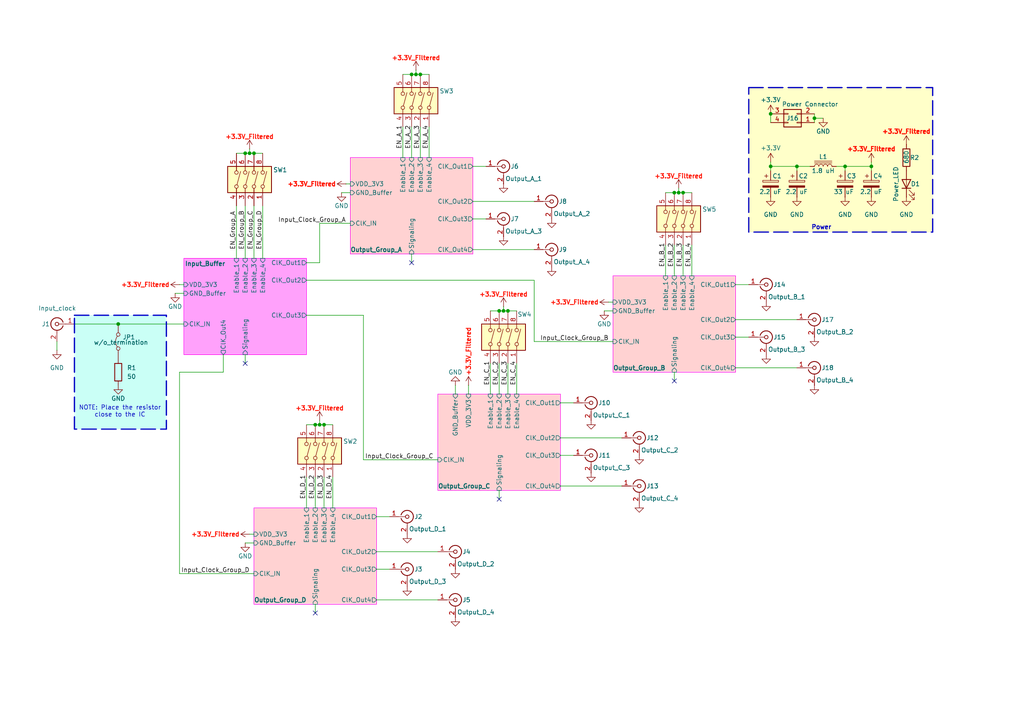
<source format=kicad_sch>
(kicad_sch (version 20231120) (generator "eeschema") (generator_version "8.0")
  (paper "A4")
  (title_block (title "16 Channels Clock Buffer") (date "2025-01-07") (rev "REV 0") (company "TU Darmstadt") (comment 1 "Author: Dr. Alexandru Enciu"))
  (lib_symbols
    (symbol "Connector:Conn_Coaxial" (pin_names (offset 1.016) hide)
      (property "Reference" "J" (at 0.254 3.048 0))
      (property "Value" "Conn_Coaxial" (at 2.921 0 90))
      (symbol "Conn_Coaxial_0_1"
        (arc (start -1.778 -0.508) (mid 0.2311 -1.8066) (end 1.778 0) (stroke (width 0.254)))
        (polyline (pts (xy -2.54 0) (xy -0.508 0)))
        (polyline (pts (xy 0 -2.54) (xy 0 -1.778)))
        (circle (center 0 0) (radius 0.508) (stroke (width 0.2032)))
        (arc (start 1.778 0) (mid 0.2099 1.8101) (end -1.778 0.508) (stroke (width 0.254)))
      )
      (symbol "Conn_Coaxial_1_1"
        (pin passive line (at -5.08 0 0) (length 2.54) (name "In") (number "1"))
        (pin passive line (at 0 -5.08 90) (length 2.54) (name "Ext") (number "2"))
      )
    )
    (symbol "Connector_Generic:Conn_02x02_Counter_Clockwise" (pin_names (offset 1.016) hide)
      (property "Reference" "J" (at 1.27 2.54 0))
      (property "Value" "Conn_02x02_Counter_Clockwise" (at 1.27 -5.08 0))
      (symbol "Conn_02x02_Counter_Clockwise_1_1"
        (rectangle (start -1.27 -2.413) (end 0 -2.667) (stroke (width 0.1524)))
        (rectangle (start -1.27 0.127) (end 0 -0.127) (stroke (width 0.1524)))
        (rectangle (start -1.27 1.27) (end 3.81 -3.81) (stroke (width 0.254)) (fill (type background)))
        (rectangle (start 3.81 -2.413) (end 2.54 -2.667) (stroke (width 0.1524)))
        (rectangle (start 3.81 0.127) (end 2.54 -0.127) (stroke (width 0.1524)))
        (pin passive line (at -5.08 0 0) (length 3.81) (name "Pin_1") (number "1"))
        (pin passive line (at -5.08 -2.54 0) (length 3.81) (name "Pin_2") (number "2"))
        (pin passive line (at 7.62 -2.54 180) (length 3.81) (name "Pin_3") (number "3"))
        (pin passive line (at 7.62 0 180) (length 3.81) (name "Pin_4") (number "4"))
      )
    )
    (symbol "Device:C_Polarized" (pin_numbers hide) (pin_names (offset 0.254))
      (property "Reference" "C" (at 0.635 2.54 0))
      (property "Value" "C_Polarized" (at 0.635 -2.54 0))
      (symbol "C_Polarized_0_1"
        (rectangle (start -2.286 0.508) (end 2.286 1.016))
        (polyline (pts (xy -1.778 2.286) (xy -0.762 2.286)))
        (polyline (pts (xy -1.27 2.794) (xy -1.27 1.778)))
        (rectangle (start 2.286 -0.508) (end -2.286 -1.016) (fill (type outline)))
      )
      (symbol "C_Polarized_1_1"
        (pin passive line (at 0 3.81 270) (length 2.794) (name "~") (number "1"))
        (pin passive line (at 0 -3.81 90) (length 2.794) (name "~") (number "2"))
      )
    )
    (symbol "Device:LED" (pin_numbers hide) (pin_names (offset 1.016) hide)
      (property "Reference" "D" (at 0 2.54 0))
      (property "Value" "LED" (at 0 -2.54 0))
      (symbol "LED_0_1"
        (polyline (pts (xy -1.27 -1.27) (xy -1.27 1.27)) (stroke (width 0.254)))
        (polyline (pts (xy -1.27 0) (xy 1.27 0)))
        (polyline (pts (xy 1.27 -1.27) (xy 1.27 1.27) (xy -1.27 0) (xy 1.27 -1.27)) (stroke (width 0.254)))
        (polyline (pts (xy -3.048 -0.762) (xy -4.572 -2.286) (xy -3.81 -2.286) (xy -4.572 -2.286) (xy -4.572 -1.524)))
        (polyline (pts (xy -1.778 -0.762) (xy -3.302 -2.286) (xy -2.54 -2.286) (xy -3.302 -2.286) (xy -3.302 -1.524)))
      )
      (symbol "LED_1_1"
        (pin passive line (at -3.81 0 0) (length 2.54) (name "K") (number "1"))
        (pin passive line (at 3.81 0 180) (length 2.54) (name "A") (number "2"))
      )
    )
    (symbol "Device:L_Iron" (pin_numbers hide) (pin_names (offset 1.016) hide)
      (property "Reference" "L" (at -1.27 0 90))
      (property "Value" "L_Iron" (at 2.794 0 90))
      (symbol "L_Iron_0_1"
        (arc (start 0 -2.54) (mid 0.6323 -1.905) (end 0 -1.27))
        (arc (start 0 -1.27) (mid 0.6323 -0.635) (end 0 0))
        (polyline (pts (xy 1.016 2.54) (xy 1.016 -2.54)))
        (polyline (pts (xy 1.524 -2.54) (xy 1.524 2.54)))
        (arc (start 0 0) (mid 0.6323 0.635) (end 0 1.27))
        (arc (start 0 1.27) (mid 0.6323 1.905) (end 0 2.54))
      )
      (symbol "L_Iron_1_1"
        (pin passive line (at 0 3.81 270) (length 1.27) (name "1") (number "1"))
        (pin passive line (at 0 -3.81 90) (length 1.27) (name "2") (number "2"))
      )
    )
    (symbol "Device:R" (pin_numbers hide) (pin_names (offset 0))
      (property "Reference" "R" (at 2.032 0 90))
      (property "Value" "R" (at 0 0 90))
      (symbol "R_0_1"
        (rectangle (start -1.016 -2.54) (end 1.016 2.54) (stroke (width 0.254)))
      )
      (symbol "R_1_1"
        (pin passive line (at 0 3.81 270) (length 1.27) (name "~") (number "1"))
        (pin passive line (at 0 -3.81 90) (length 1.27) (name "~") (number "2"))
      )
    )
    (symbol "Jumper:Jumper_2_Bridged" (pin_numbers hide) (pin_names (offset 0) hide) (exclude_from_sim yes)
      (property "Reference" "JP" (at 0 1.905 0))
      (property "Value" "Jumper_2_Bridged" (at 0 -2.54 0))
      (symbol "Jumper_2_Bridged_0_0"
        (circle (center -2.032 0) (radius 0.508))
        (circle (center 2.032 0) (radius 0.508))
      )
      (symbol "Jumper_2_Bridged_0_1"
        (arc (start 1.524 0.254) (mid 0 0.762) (end -1.524 0.254))
      )
      (symbol "Jumper_2_Bridged_1_1"
        (pin passive line (at -5.08 0 0) (length 2.54) (name "A") (number "1"))
        (pin passive line (at 5.08 0 180) (length 2.54) (name "B") (number "2"))
      )
    )
    (symbol "Switch:SW_DIP_x04" (pin_names (offset 0) hide)
      (property "Reference" "SW" (at 0 8.89 0))
      (property "Value" "SW_DIP_x04" (at 0 -6.35 0))
      (symbol "SW_DIP_x04_0_0"
        (circle (center -2.032 -2.54) (radius 0.508))
        (circle (center -2.032 0) (radius 0.508))
        (circle (center -2.032 2.54) (radius 0.508))
        (circle (center -2.032 5.08) (radius 0.508))
        (polyline (pts (xy -1.524 -2.3876) (xy 2.3622 -1.3462)))
        (polyline (pts (xy -1.524 0.127) (xy 2.3622 1.1684)))
        (polyline (pts (xy -1.524 2.667) (xy 2.3622 3.7084)))
        (polyline (pts (xy -1.524 5.207) (xy 2.3622 6.2484)))
        (circle (center 2.032 -2.54) (radius 0.508))
        (circle (center 2.032 0) (radius 0.508))
        (circle (center 2.032 2.54) (radius 0.508))
        (circle (center 2.032 5.08) (radius 0.508))
      )
      (symbol "SW_DIP_x04_0_1"
        (rectangle (start -3.81 7.62) (end 3.81 -5.08) (stroke (width 0.254)) (fill (type background)))
      )
      (symbol "SW_DIP_x04_1_1"
        (pin passive line (at -7.62 5.08 0) (length 5.08) (name "~") (number "1"))
        (pin passive line (at -7.62 2.54 0) (length 5.08) (name "~") (number "2"))
        (pin passive line (at -7.62 0 0) (length 5.08) (name "~") (number "3"))
        (pin passive line (at -7.62 -2.54 0) (length 5.08) (name "~") (number "4"))
        (pin passive line (at 7.62 -2.54 180) (length 5.08) (name "~") (number "5"))
        (pin passive line (at 7.62 0 180) (length 5.08) (name "~") (number "6"))
        (pin passive line (at 7.62 2.54 180) (length 5.08) (name "~") (number "7"))
        (pin passive line (at 7.62 5.08 180) (length 5.08) (name "~") (number "8"))
      )
    )
    (symbol "power:+3.3V" (power) (pin_numbers hide) (pin_names (offset 0) hide)
      (property "Value" "+3.3V" (at 0 3.556 0))
      (symbol "+3.3V_0_1"
        (polyline (pts (xy -0.762 1.27) (xy 0 2.54)))
        (polyline (pts (xy 0 0) (xy 0 2.54)))
        (polyline (pts (xy 0 2.54) (xy 0.762 1.27)))
      )
      (symbol "+3.3V_1_1"
        (pin power_in line (at 0 0 90) (length 0) (name "~") (number "1"))
      )
    )
    (symbol "power:GND" (power) (pin_numbers hide) (pin_names (offset 0) hide)
      (property "Value" "GND" (at 0 -3.81 0))
      (symbol "GND_0_1"
        (polyline (pts (xy 0 0) (xy 0 -1.27) (xy 1.27 -1.27) (xy 0 -2.54) (xy -1.27 -1.27) (xy 0 -1.27)))
      )
      (symbol "GND_1_1"
        (pin power_in line (at 0 0 270) (length 0) (name "~") (number "1"))
      )
    )
    (symbol "power:VCC" (power) (pin_numbers hide) (pin_names (offset 0) hide)
      (property "Value" "VCC" (at 0 3.556 0))
      (symbol "VCC_0_1"
        (polyline (pts (xy -0.762 1.27) (xy 0 2.54)))
        (polyline (pts (xy 0 0) (xy 0 2.54)))
        (polyline (pts (xy 0 2.54) (xy 0.762 1.27)))
      )
      (symbol "VCC_1_1"
        (pin power_in line (at 0 0 90) (length 0) (name "~") (number "1"))
      )
    )
  )
  (junction (at 34.29 93.98))
  (junction (at 146.05 90.17))
  (junction (at 121.92 21.59))
  (junction (at 196.85 55.88))
  (junction (at 72.39 44.45))
  (junction (at 223.52 33.02))
  (junction (at 231.14 48.26))
  (junction (at 144.78 90.17))
  (junction (at 245.11 48.26))
  (junction (at 147.32 90.17))
  (junction (at 236.22 34.29))
  (junction (at 71.12 44.45))
  (junction (at 195.58 55.88))
  (junction (at 73.66 44.45))
  (junction (at 223.52 48.26))
  (junction (at 91.44 123.19))
  (junction (at 120.65 21.59))
  (junction (at 92.71 123.19))
  (junction (at 252.73 48.26))
  (junction (at 119.38 21.59))
  (junction (at 93.98 123.19))
  (junction (at 198.12 55.88))
  (no_connect (at 91.44 177.8))
  (no_connect (at 195.58 110.49))
  (no_connect (at 119.38 76.2))
  (no_connect (at 144.78 144.78))
  (no_connect (at 71.12 105.41))
  (wire (pts (xy 242.57 48.26) (xy 245.11 48.26)))
  (wire (pts (xy 71.12 157.48) (xy 73.66 157.48)))
  (wire (pts (xy 116.84 21.59) (xy 119.38 21.59)))
  (wire (pts (xy 52.07 107.95) (xy 52.07 166.37)))
  (wire (pts (xy 50.8 85.09) (xy 53.34 85.09)))
  (wire (pts (xy 71.12 102.87) (xy 71.12 105.41)))
  (wire (pts (xy 137.16 48.26) (xy 140.97 48.26)))
  (wire (pts (xy 88.9 138.43) (xy 88.9 147.32)))
  (wire (pts (xy 92.71 76.2) (xy 92.71 64.77)))
  (wire (pts (xy 34.29 93.98) (xy 53.34 93.98)))
  (wire (pts (xy 200.66 55.88) (xy 198.12 55.88)))
  (wire (pts (xy 213.36 82.55) (xy 217.17 82.55)))
  (wire (pts (xy 71.12 44.45) (xy 68.58 44.45)))
  (wire (pts (xy 144.78 142.24) (xy 144.78 144.78)))
  (wire (pts (xy 119.38 73.66) (xy 119.38 76.2)))
  (wire (pts (xy 231.14 48.26) (xy 231.14 49.53)))
  (wire (pts (xy 116.84 36.83) (xy 116.84 45.72)))
  (wire (pts (xy 213.36 92.71) (xy 231.14 92.71)))
  (wire (pts (xy 236.22 33.02) (xy 236.22 34.29)))
  (wire (pts (xy 137.16 72.39) (xy 154.94 72.39)))
  (wire (pts (xy 52.07 82.55) (xy 53.34 82.55)))
  (wire (pts (xy 73.66 44.45) (xy 72.39 44.45)))
  (wire (pts (xy 223.52 48.26) (xy 231.14 48.26)))
  (wire (pts (xy 146.05 88.9) (xy 146.05 90.17)))
  (wire (pts (xy 105.41 133.35) (xy 127 133.35)))
  (wire (pts (xy 21.59 93.98) (xy 34.29 93.98)))
  (wire (pts (xy 223.52 46.99) (xy 223.52 48.26)))
  (wire (pts (xy 213.36 97.79) (xy 217.17 97.79)))
  (wire (pts (xy 162.56 116.84) (xy 166.37 116.84)))
  (wire (pts (xy 252.73 46.99) (xy 252.73 48.26)))
  (wire (pts (xy 147.32 90.17) (xy 146.05 90.17)))
  (wire (pts (xy 223.52 33.02) (xy 223.52 35.56)))
  (wire (pts (xy 196.85 54.61) (xy 196.85 55.88)))
  (wire (pts (xy 68.58 59.69) (xy 68.58 74.93)))
  (wire (pts (xy 109.22 173.99) (xy 127 173.99)))
  (wire (pts (xy 92.71 121.92) (xy 92.71 123.19)))
  (wire (pts (xy 88.9 91.44) (xy 105.41 91.44)))
  (wire (pts (xy 52.07 166.37) (xy 73.66 166.37)))
  (wire (pts (xy 252.73 48.26) (xy 252.73 49.53)))
  (wire (pts (xy 71.12 59.69) (xy 71.12 74.93)))
  (wire (pts (xy 154.94 81.28) (xy 154.94 99.06)))
  (wire (pts (xy 162.56 140.97) (xy 180.34 140.97)))
  (wire (pts (xy 195.58 55.88) (xy 193.04 55.88)))
  (wire (pts (xy 91.44 175.26) (xy 91.44 177.8)))
  (wire (pts (xy 73.66 59.69) (xy 73.66 74.93)))
  (wire (pts (xy 72.39 43.18) (xy 72.39 44.45)))
  (wire (pts (xy 64.77 107.95) (xy 52.07 107.95)))
  (wire (pts (xy 149.86 90.17) (xy 147.32 90.17)))
  (wire (pts (xy 72.39 154.94) (xy 73.66 154.94)))
  (wire (pts (xy 196.85 55.88) (xy 195.58 55.88)))
  (wire (pts (xy 16.51 101.6) (xy 16.51 99.06)))
  (wire (pts (xy 236.22 34.29) (xy 236.22 35.56)))
  (wire (pts (xy 96.52 123.19) (xy 93.98 123.19)))
  (wire (pts (xy 72.39 44.45) (xy 71.12 44.45)))
  (wire (pts (xy 119.38 36.83) (xy 119.38 45.72)))
  (wire (pts (xy 132.08 111.76) (xy 132.08 114.3)))
  (wire (pts (xy 121.92 36.83) (xy 121.92 45.72)))
  (wire (pts (xy 93.98 123.19) (xy 92.71 123.19)))
  (wire (pts (xy 142.24 105.41) (xy 142.24 114.3)))
  (wire (pts (xy 121.92 21.59) (xy 124.46 21.59)))
  (wire (pts (xy 198.12 71.12) (xy 198.12 80.01)))
  (wire (pts (xy 193.04 71.12) (xy 193.04 80.01)))
  (wire (pts (xy 91.44 138.43) (xy 91.44 147.32)))
  (wire (pts (xy 146.05 90.17) (xy 144.78 90.17)))
  (wire (pts (xy 213.36 106.68) (xy 231.14 106.68)))
  (wire (pts (xy 93.98 138.43) (xy 93.98 147.32)))
  (wire (pts (xy 92.71 64.77) (xy 101.6 64.77)))
  (wire (pts (xy 99.06 55.88) (xy 101.6 55.88)))
  (wire (pts (xy 137.16 58.42) (xy 154.94 58.42)))
  (wire (pts (xy 162.56 127) (xy 180.34 127)))
  (wire (pts (xy 144.78 105.41) (xy 144.78 114.3)))
  (wire (pts (xy 149.86 105.41) (xy 149.86 114.3)))
  (wire (pts (xy 64.77 102.87) (xy 64.77 107.95)))
  (wire (pts (xy 105.41 91.44) (xy 105.41 133.35)))
  (wire (pts (xy 120.65 20.32) (xy 120.65 21.59)))
  (wire (pts (xy 88.9 76.2) (xy 92.71 76.2)))
  (wire (pts (xy 245.11 48.26) (xy 245.11 49.53)))
  (wire (pts (xy 88.9 81.28) (xy 154.94 81.28)))
  (wire (pts (xy 92.71 123.19) (xy 91.44 123.19)))
  (wire (pts (xy 245.11 48.26) (xy 252.73 48.26)))
  (wire (pts (xy 195.58 71.12) (xy 195.58 80.01)))
  (wire (pts (xy 176.53 87.63) (xy 177.8 87.63)))
  (wire (pts (xy 200.66 71.12) (xy 200.66 80.01)))
  (wire (pts (xy 195.58 107.95) (xy 195.58 110.49)))
  (wire (pts (xy 91.44 123.19) (xy 88.9 123.19)))
  (wire (pts (xy 231.14 48.26) (xy 234.95 48.26)))
  (wire (pts (xy 198.12 55.88) (xy 196.85 55.88)))
  (wire (pts (xy 154.94 99.06) (xy 177.8 99.06)))
  (wire (pts (xy 96.52 138.43) (xy 96.52 147.32)))
  (wire (pts (xy 144.78 90.17) (xy 142.24 90.17)))
  (wire (pts (xy 76.2 59.69) (xy 76.2 74.93)))
  (wire (pts (xy 100.33 53.34) (xy 101.6 53.34)))
  (wire (pts (xy 135.89 111.76) (xy 135.89 114.3)))
  (wire (pts (xy 124.46 36.83) (xy 124.46 45.72)))
  (wire (pts (xy 223.52 48.26) (xy 223.52 49.53)))
  (wire (pts (xy 147.32 105.41) (xy 147.32 114.3)))
  (wire (pts (xy 162.56 132.08) (xy 166.37 132.08)))
  (wire (pts (xy 137.16 63.5) (xy 140.97 63.5)))
  (wire (pts (xy 76.2 44.45) (xy 73.66 44.45)))
  (wire (pts (xy 109.22 160.02) (xy 127 160.02)))
  (wire (pts (xy 109.22 149.86) (xy 113.03 149.86)))
  (wire (pts (xy 236.22 34.29) (xy 238.76 34.29)))
  (wire (pts (xy 109.22 165.1) (xy 113.03 165.1)))
  (wire (pts (xy 120.65 21.59) (xy 121.92 21.59)))
  (wire (pts (xy 119.38 21.59) (xy 120.65 21.59)))
  (wire (pts (xy 175.26 90.17) (xy 177.8 90.17)))
  (rectangle (start 21.59 91.44) (end 48.26 124.46) (stroke (width 0.381) (type dash)) (fill (type color) (color 202 255 246 1)))
  (rectangle (start 217.17 25.4) (end 270.51 67.31) (stroke (width 0.381) (type dash)) (fill (type color) (color 255 255 201 1)))
  (text "NOTE: Place the resistor\nclose to the IC" (at 34.798 119.38 0) (effects (font (size 1.27 1.27))))
  (text "Power" (at 238.252 66.04 0) (effects (font (size 1.27 1.27) (thickness 0.254) (bold yes))))
  (label "EN_C_1" (at 142.24 111.76 90))
  (label "EN_B_2" (at 195.58 77.47 90))
  (label "EN_Group_C" (at 73.66 72.39 90))
  (label "Input_Clock_Group_C" (at 125.73 133.35 180))
  (label "EN_C_2" (at 144.78 111.76 90))
  (label "EN_A_2" (at 119.38 43.18 90))
  (label "EN_D_2" (at 91.44 144.78 90))
  (label "EN_A_4" (at 124.46 43.18 90))
  (label "EN_D_4" (at 96.52 144.78 90))
  (label "EN_B_1" (at 193.04 77.47 90))
  (label "EN_Group_D" (at 76.2 72.39 90))
  (label "Input_Clock_Group_A" (at 100.33 64.77 180))
  (label "EN_Group_A" (at 68.58 72.39 90))
  (label "EN_B_3" (at 198.12 77.47 90))
  (label "EN_A_1" (at 116.84 43.18 90))
  (label "EN_C_4" (at 149.86 111.76 90))
  (label "EN_B_4" (at 200.66 77.47 90))
  (label "EN_D_3" (at 93.98 144.78 90))
  (label "EN_A_3" (at 121.92 43.18 90))
  (label "Input_Clock_Group_B" (at 176.53 99.06 180))
  (label "EN_D_1" (at 88.9 144.78 90))
  (label "EN_C_3" (at 147.32 111.76 90))
  (label "Input_Clock_Group_D" (at 72.39 166.37 180))
  (label "EN_Group_B" (at 71.12 72.39 90))
  (symbol (lib_id "power:VCC") (at 72.39 154.94 90) (unit 1)
    (property "Reference" "#PWR07" (effects (hide yes)))
    (property "Value" "+3.3V_Filtered" (at 62.484 154.94 90) (effects (font (thickness 0.254) (bold yes))))
    (property "Description" "Power symbol creates a global label with name \"VCC\"" (effects (hide yes)))
  )
  (symbol (lib_id "power:GND") (at 132.08 165.1 0) (unit 1)
    (property "Reference" "#PWR015" (effects (hide yes)))
    (property "Value" "GND" (effects (hide yes)))
    (property "Description" "Power symbol creates a global label with name \"GND\" , ground" (effects (hide yes)))
  )
  (symbol (lib_id "Connector:Conn_Coaxial") (at 236.22 92.71 0) (unit 1)
    (property "Reference" "J17" (at 238.252 92.71 0) (effects (justify left)))
    (property "Value" "Output_B_2" (at 236.728 96.266 0) (effects (justify left)))
    (property "Footprint" "Connector_Coaxial:SMA_Amphenol_901-143_Horizontal" (effects (hide yes)))
    (property "Description" "coaxial connector (BNC, SMA, SMB, SMC, Cinch/RCA, LEMO, ...)" (effects (hide yes)))
  )
  (symbol (lib_id "power:GND") (at 171.45 121.92 0) (unit 1)
    (property "Reference" "#PWR023" (effects (hide yes)))
    (property "Value" "GND" (effects (hide yes)))
    (property "Description" "Power symbol creates a global label with name \"GND\" , ground" (effects (hide yes)))
  )
  (symbol (lib_id "power:GND") (at 231.14 57.15 0) (unit 1)
    (property "Reference" "#PWR035" (effects (hide yes)))
    (property "Value" "GND" (at 231.14 62.23 0))
    (property "Description" "Power symbol creates a global label with name \"GND\" , ground" (effects (hide yes)))
  )
  (symbol (lib_id "power:GND") (at 160.02 63.5 0) (unit 1)
    (property "Reference" "#PWR021" (effects (hide yes)))
    (property "Value" "GND" (effects (hide yes)))
    (property "Description" "Power symbol creates a global label with name \"GND\" , ground" (effects (hide yes)))
  )
  (symbol (lib_id "Connector:Conn_Coaxial") (at 132.08 160.02 0) (unit 1)
    (property "Reference" "J4" (at 134.112 160.02 0) (effects (justify left)))
    (property "Value" "Output_D_2" (at 132.588 163.576 0) (effects (justify left)))
    (property "Footprint" "Connector_Coaxial:SMA_Amphenol_901-143_Horizontal" (effects (hide yes)))
    (property "Description" "coaxial connector (BNC, SMA, SMB, SMC, Cinch/RCA, LEMO, ...)" (effects (hide yes)))
  )
  (symbol (lib_id "Connector:Conn_Coaxial") (at 185.42 140.97 0) (unit 1)
    (property "Reference" "J13" (at 187.452 140.97 0) (effects (justify left)))
    (property "Value" "Output_C_4" (at 185.928 144.526 0) (effects (justify left)))
    (property "Footprint" "Connector_Coaxial:SMA_Amphenol_901-143_Horizontal" (effects (hide yes)))
    (property "Description" "coaxial connector (BNC, SMA, SMB, SMC, Cinch/RCA, LEMO, ...)" (effects (hide yes)))
  )
  (symbol (lib_id "power:GND") (at 132.08 111.76 180) (unit 1)
    (property "Reference" "#PWR014" (effects (hide yes)))
    (property "Value" "GND" (at 132.08 107.95 0))
    (property "Description" "Power symbol creates a global label with name \"GND\" , ground" (effects (hide yes)))
  )
  (symbol (lib_id "power:GND") (at 222.25 102.87 0) (unit 1)
    (property "Reference" "#PWR031" (effects (hide yes)))
    (property "Value" "GND" (effects (hide yes)))
    (property "Description" "Power symbol creates a global label with name \"GND\" , ground" (effects (hide yes)))
  )
  (symbol (lib_id "Switch:SW_DIP_x04") (at 119.38 29.21 270) (mirror x) (unit 1)
    (property "Reference" "SW3" (at 131.572 26.416 90) (effects (justify right)))
    (property "Value" "SW_DIP_x04" (effects (hide yes)))
    (property "Footprint" "Button_Switch_SMD:SW_DIP_SPSTx04_Slide_6.7x11.72mm_W6.73mm_P2.54mm_LowProfile_JPin" (effects (hide yes)))
    (property "Description" "4x DIP Switch, Single Pole Single Throw (SPST) switch, small symbol" (effects (hide yes)))
  )
  (symbol (lib_id "power:VCC") (at 262.89 41.91 0) (unit 1)
    (property "Reference" "#PWR042" (effects (hide yes)))
    (property "Value" "+3.3V_Filtered" (at 262.89 38.1 0) (effects (font (thickness 0.254) (bold yes))))
    (property "Description" "Power symbol creates a global label with name \"VCC\"" (effects (hide yes)))
  )
  (symbol (lib_id "Connector:Conn_Coaxial") (at 146.05 63.5 0) (unit 1)
    (property "Reference" "J7" (at 148.082 63.5 0) (effects (justify left)))
    (property "Value" "Output_A_3" (at 146.558 67.056 0) (effects (justify left)))
    (property "Footprint" "Connector_Coaxial:SMA_Amphenol_901-143_Horizontal" (effects (hide yes)))
    (property "Description" "coaxial connector (BNC, SMA, SMB, SMC, Cinch/RCA, LEMO, ...)" (effects (hide yes)))
  )
  (symbol (lib_id "power:GND") (at 50.8 85.09 0) (unit 1)
    (property "Reference" "#PWR03" (effects (hide yes)))
    (property "Value" "GND" (at 50.8 88.9 0))
    (property "Description" "Power symbol creates a global label with name \"GND\" , ground" (effects (hide yes)))
  )
  (symbol (lib_id "Jumper:Jumper_2_Bridged") (at 34.29 99.06 90) (unit 1) (exclude_from_sim yes)
    (property "Reference" "JP1" (at 35.56 97.7899 90) (effects (justify right)))
    (property "Value" "w/o_termination" (at 27.178 99.314 90) (effects (justify right)))
    (property "Footprint" "Connector_PinHeader_2.54mm:PinHeader_2x01_P2.54mm_Vertical_SMD" (effects (hide yes)))
    (property "Description" "Jumper, 2-pole, closed/bridged" (effects (hide yes)))
  )
  (symbol (lib_id "power:VCC") (at 72.39 43.18 0) (mirror y) (unit 1)
    (property "Reference" "#PWR06" (effects (hide yes)))
    (property "Value" "+3.3V_Filtered" (at 72.39 39.624 0) (effects (font (thickness 0.254) (bold yes))))
    (property "Description" "Power symbol creates a global label with name \"VCC\"" (effects (hide yes)))
  )
  (symbol (lib_id "Connector_Generic:Conn_02x02_Counter_Clockwise") (at 231.14 35.56 180) (unit 1)
    (property "Reference" "J16" (at 229.87 34.29 0))
    (property "Value" "Power Connector" (at 234.95 30.226 0))
    (property "Footprint" "Clock_Buffers:SAMTEC_IPL1-102-01-X-D-RA-K" (effects (hide yes)))
    (property "Description" "Generic connector, double row, 02x02, counter clockwise pin numbering scheme (similar to DIP package numbering), script generated (kicad-library-utils/schlib/autogen/connector/)" (effects (hide yes)))
  )
  (symbol (lib_id "power:GND") (at 185.42 146.05 0) (unit 1)
    (property "Reference" "#PWR028" (effects (hide yes)))
    (property "Value" "GND" (effects (hide yes)))
    (property "Description" "Power symbol creates a global label with name \"GND\" , ground" (effects (hide yes)))
  )
  (symbol (lib_id "power:GND") (at 236.22 111.76 0) (unit 1)
    (property "Reference" "#PWR037" (effects (hide yes)))
    (property "Value" "GND" (effects (hide yes)))
    (property "Description" "Power symbol creates a global label with name \"GND\" , ground" (effects (hide yes)))
  )
  (symbol (lib_id "power:GND") (at 146.05 53.34 0) (unit 1)
    (property "Reference" "#PWR018" (effects (hide yes)))
    (property "Value" "GND" (effects (hide yes)))
    (property "Description" "Power symbol creates a global label with name \"GND\" , ground" (effects (hide yes)))
  )
  (symbol (lib_id "Switch:SW_DIP_x04") (at 144.78 97.79 270) (mirror x) (unit 1)
    (property "Reference" "SW4" (at 154.178 91.186 90) (effects (justify right)))
    (property "Value" "SW_DIP_x04" (effects (hide yes)))
    (property "Footprint" "Button_Switch_SMD:SW_DIP_SPSTx04_Slide_6.7x11.72mm_W6.73mm_P2.54mm_LowProfile_JPin" (effects (hide yes)))
    (property "Description" "4x DIP Switch, Single Pole Single Throw (SPST) switch, small symbol" (effects (hide yes)))
  )
  (symbol (lib_id "Connector:Conn_Coaxial") (at 16.51 93.98 0) (mirror y) (unit 1)
    (property "Reference" "J1" (at 14.478 93.98 0) (effects (justify left)))
    (property "Value" "Input_clock" (at 22.098 89.408 0) (effects (justify left)))
    (property "Footprint" "Connector_Coaxial:SMA_Amphenol_901-143_Horizontal" (effects (hide yes)))
    (property "Description" "coaxial connector (BNC, SMA, SMB, SMC, Cinch/RCA, LEMO, ...)" (effects (hide yes)))
  )
  (symbol (lib_id "power:VCC") (at 252.73 46.99 0) (unit 1)
    (property "Reference" "#PWR040" (effects (hide yes)))
    (property "Value" "+3.3V_Filtered" (at 252.73 43.18 0) (effects (font (thickness 0.254) (bold yes))))
    (property "Description" "Power symbol creates a global label with name \"VCC\"" (effects (hide yes)))
  )
  (symbol (lib_id "power:GND") (at 171.45 137.16 0) (unit 1)
    (property "Reference" "#PWR024" (effects (hide yes)))
    (property "Value" "GND" (effects (hide yes)))
    (property "Description" "Power symbol creates a global label with name \"GND\" , ground" (effects (hide yes)))
  )
  (symbol (lib_id "Connector:Conn_Coaxial") (at 171.45 132.08 0) (unit 1)
    (property "Reference" "J11" (at 173.482 132.08 0) (effects (justify left)))
    (property "Value" "Output_C_3" (at 171.958 135.636 0) (effects (justify left)))
    (property "Footprint" "Connector_Coaxial:SMA_Amphenol_901-143_Horizontal" (effects (hide yes)))
    (property "Description" "coaxial connector (BNC, SMA, SMB, SMC, Cinch/RCA, LEMO, ...)" (effects (hide yes)))
  )
  (symbol (lib_id "power:GND") (at 160.02 77.47 0) (unit 1)
    (property "Reference" "#PWR022" (effects (hide yes)))
    (property "Value" "GND" (effects (hide yes)))
    (property "Description" "Power symbol creates a global label with name \"GND\" , ground" (effects (hide yes)))
  )
  (symbol (lib_id "power:VCC") (at 146.05 88.9 0) (mirror y) (unit 1)
    (property "Reference" "#PWR020" (effects (hide yes)))
    (property "Value" "+3.3V_Filtered" (at 146.05 85.344 0) (effects (font (thickness 0.254) (bold yes))))
    (property "Description" "Power symbol creates a global label with name \"VCC\"" (effects (hide yes)))
  )
  (symbol (lib_id "power:GND") (at 185.42 132.08 0) (unit 1)
    (property "Reference" "#PWR027" (effects (hide yes)))
    (property "Value" "GND" (effects (hide yes)))
    (property "Description" "Power symbol creates a global label with name \"GND\" , ground" (effects (hide yes)))
  )
  (symbol (lib_id "power:GND") (at 262.89 57.15 0) (unit 1)
    (property "Reference" "#PWR043" (effects (hide yes)))
    (property "Value" "GND" (at 262.89 62.23 0))
    (property "Description" "Power symbol creates a global label with name \"GND\" , ground" (effects (hide yes)))
  )
  (symbol (lib_id "power:GND") (at 222.25 87.63 0) (unit 1)
    (property "Reference" "#PWR030" (effects (hide yes)))
    (property "Value" "GND" (effects (hide yes)))
    (property "Description" "Power symbol creates a global label with name \"GND\" , ground" (effects (hide yes)))
  )
  (symbol (lib_id "Connector:Conn_Coaxial") (at 160.02 58.42 0) (unit 1)
    (property "Reference" "J8" (at 162.052 58.42 0) (effects (justify left)))
    (property "Value" "Output_A_2" (at 160.528 61.976 0) (effects (justify left)))
    (property "Footprint" "Connector_Coaxial:SMA_Amphenol_901-143_Horizontal" (effects (hide yes)))
    (property "Description" "coaxial connector (BNC, SMA, SMB, SMC, Cinch/RCA, LEMO, ...)" (effects (hide yes)))
  )
  (symbol (lib_id "power:GND") (at 118.11 154.94 0) (unit 1)
    (property "Reference" "#PWR011" (effects (hide yes)))
    (property "Value" "GND" (effects (hide yes)))
    (property "Description" "Power symbol creates a global label with name \"GND\" , ground" (effects (hide yes)))
  )
  (symbol (lib_id "Connector:Conn_Coaxial") (at 171.45 116.84 0) (unit 1)
    (property "Reference" "J10" (at 173.482 116.84 0) (effects (justify left)))
    (property "Value" "Output_C_1" (at 171.958 120.396 0) (effects (justify left)))
    (property "Footprint" "Connector_Coaxial:SMA_Amphenol_901-143_Horizontal" (effects (hide yes)))
    (property "Description" "coaxial connector (BNC, SMA, SMB, SMC, Cinch/RCA, LEMO, ...)" (effects (hide yes)))
  )
  (symbol (lib_id "power:GND") (at 34.29 111.76 0) (unit 1)
    (property "Reference" "#PWR02" (effects (hide yes)))
    (property "Value" "GND" (at 34.29 115.57 0))
    (property "Description" "Power symbol creates a global label with name \"GND\" , ground" (effects (hide yes)))
  )
  (symbol (lib_id "Connector:Conn_Coaxial") (at 236.22 106.68 0) (unit 1)
    (property "Reference" "J18" (at 238.252 106.68 0) (effects (justify left)))
    (property "Value" "Output_B_4" (at 236.728 110.236 0) (effects (justify left)))
    (property "Footprint" "Connector_Coaxial:SMA_Amphenol_901-143_Horizontal" (effects (hide yes)))
    (property "Description" "coaxial connector (BNC, SMA, SMB, SMC, Cinch/RCA, LEMO, ...)" (effects (hide yes)))
  )
  (symbol (lib_id "power:GND") (at 146.05 68.58 0) (unit 1)
    (property "Reference" "#PWR019" (effects (hide yes)))
    (property "Value" "GND" (effects (hide yes)))
    (property "Description" "Power symbol creates a global label with name \"GND\" , ground" (effects (hide yes)))
  )
  (symbol (lib_id "power:GND") (at 238.76 34.29 0) (unit 1)
    (property "Reference" "#PWR038" (effects (hide yes)))
    (property "Value" "GND" (at 238.76 38.1 0))
    (property "Description" "Power symbol creates a global label with name \"GND\" , ground" (effects (hide yes)))
  )
  (symbol (lib_id "Device:C_Polarized") (at 252.73 53.34 0) (unit 1)
    (property "Reference" "C4" (at 253.238 51.054 0) (effects (justify left)))
    (property "Value" "2.2 uF" (at 249.428 55.626 0) (effects (justify left)))
    (property "Footprint" "Capacitor_SMD:CP_Elec_4x5.4" (effects (hide yes)))
    (property "Description" "Polarized capacitor" (effects (hide yes)))
  )
  (symbol (lib_id "power:VCC") (at 196.85 54.61 0) (mirror y) (unit 1)
    (property "Reference" "#PWR029" (effects (hide yes)))
    (property "Value" "+3.3V_Filtered" (at 196.85 51.054 0) (effects (font (thickness 0.254) (bold yes))))
    (property "Description" "Power symbol creates a global label with name \"VCC\"" (effects (hide yes)))
  )
  (symbol (lib_id "power:GND") (at 71.12 157.48 0) (unit 1)
    (property "Reference" "#PWR05" (effects (hide yes)))
    (property "Value" "GND" (at 71.12 161.29 0))
    (property "Description" "Power symbol creates a global label with name \"GND\" , ground" (effects (hide yes)))
  )
  (symbol (lib_id "Device:L_Iron") (at 238.76 48.26 90) (unit 1)
    (property "Reference" "L1" (at 238.76 45.466 90))
    (property "Value" "1.8 uH" (at 238.76 49.53 90))
    (property "Footprint" "Clock_Buffers:WE-TPC_4828" (effects (hide yes)))
    (property "Description" "Inductor with iron core" (effects (hide yes)))
    (property "PartNumber" "7440430018" (effects (hide yes)))
  )
  (symbol (lib_id "Connector:Conn_Coaxial") (at 132.08 173.99 0) (unit 1)
    (property "Reference" "J5" (at 134.112 173.99 0) (effects (justify left)))
    (property "Value" "Output_D_4" (at 132.588 177.546 0) (effects (justify left)))
    (property "Footprint" "Connector_Coaxial:SMA_Amphenol_901-143_Horizontal" (effects (hide yes)))
    (property "Description" "coaxial connector (BNC, SMA, SMB, SMC, Cinch/RCA, LEMO, ...)" (effects (hide yes)))
  )
  (symbol (lib_id "power:GND") (at 99.06 55.88 0) (unit 1)
    (property "Reference" "#PWR09" (effects (hide yes)))
    (property "Value" "GND" (at 99.06 59.69 0))
    (property "Description" "Power symbol creates a global label with name \"GND\" , ground" (effects (hide yes)))
  )
  (symbol (lib_id "power:GND") (at 236.22 97.79 0) (unit 1)
    (property "Reference" "#PWR036" (effects (hide yes)))
    (property "Value" "GND" (effects (hide yes)))
    (property "Description" "Power symbol creates a global label with name \"GND\" , ground" (effects (hide yes)))
  )
  (symbol (lib_id "Device:R") (at 262.89 45.72 180) (unit 1)
    (property "Reference" "R2" (at 263.906 45.72 0) (effects (justify right)))
    (property "Value" "680" (at 262.89 47.498 90) (effects (justify right)))
    (property "Footprint" "Resistor_SMD:R_0201_0603Metric" (effects (hide yes)))
    (property "Description" "Resistor" (effects (hide yes)))
  )
  (symbol (lib_id "Connector:Conn_Coaxial") (at 160.02 72.39 0) (unit 1)
    (property "Reference" "J9" (at 162.052 72.39 0) (effects (justify left)))
    (property "Value" "Output_A_4" (at 160.528 75.946 0) (effects (justify left)))
    (property "Footprint" "Connector_Coaxial:SMA_Amphenol_901-143_Horizontal" (effects (hide yes)))
    (property "Description" "coaxial connector (BNC, SMA, SMB, SMC, Cinch/RCA, LEMO, ...)" (effects (hide yes)))
  )
  (symbol (lib_id "power:VCC") (at 100.33 53.34 90) (unit 1)
    (property "Reference" "#PWR010" (effects (hide yes)))
    (property "Value" "+3.3V_Filtered" (at 90.424 53.34 90) (effects (font (thickness 0.254) (bold yes))))
    (property "Description" "Power symbol creates a global label with name \"VCC\"" (effects (hide yes)))
  )
  (symbol (lib_id "Connector:Conn_Coaxial") (at 222.25 82.55 0) (unit 1)
    (property "Reference" "J14" (at 224.282 82.55 0) (effects (justify left)))
    (property "Value" "Output_B_1" (at 222.758 86.106 0) (effects (justify left)))
    (property "Footprint" "Connector_Coaxial:SMA_Amphenol_901-143_Horizontal" (effects (hide yes)))
    (property "Description" "coaxial connector (BNC, SMA, SMB, SMC, Cinch/RCA, LEMO, ...)" (effects (hide yes)))
  )
  (symbol (lib_id "power:VCC") (at 52.07 82.55 90) (unit 1)
    (property "Reference" "#PWR04" (effects (hide yes)))
    (property "Value" "+3.3V_Filtered" (at 42.164 82.55 90) (effects (font (thickness 0.254) (bold yes))))
    (property "Description" "Power symbol creates a global label with name \"VCC\"" (effects (hide yes)))
  )
  (symbol (lib_id "Connector:Conn_Coaxial") (at 222.25 97.79 0) (unit 1)
    (property "Reference" "J15" (at 224.282 97.79 0) (effects (justify left)))
    (property "Value" "Output_B_3" (at 222.758 101.346 0) (effects (justify left)))
    (property "Footprint" "Connector_Coaxial:SMA_Amphenol_901-143_Horizontal" (effects (hide yes)))
    (property "Description" "coaxial connector (BNC, SMA, SMB, SMC, Cinch/RCA, LEMO, ...)" (effects (hide yes)))
  )
  (symbol (lib_id "Device:R") (at 34.29 107.95 0) (unit 1)
    (property "Reference" "R1" (at 36.83 106.6799 0) (effects (justify left)))
    (property "Value" "50" (at 36.83 109.2199 0) (effects (justify left)))
    (property "Footprint" "Resistor_SMD:R_0201_0603Metric" (effects (hide yes)))
    (property "Description" "Resistor" (effects (hide yes)))
  )
  (symbol (lib_id "Connector:Conn_Coaxial") (at 118.11 149.86 0) (unit 1)
    (property "Reference" "J2" (at 120.142 149.86 0) (effects (justify left)))
    (property "Value" "Output_D_1" (at 118.618 153.416 0) (effects (justify left)))
    (property "Footprint" "Connector_Coaxial:SMA_Amphenol_901-143_Horizontal" (effects (hide yes)))
    (property "Description" "coaxial connector (BNC, SMA, SMB, SMC, Cinch/RCA, LEMO, ...)" (effects (hide yes)))
  )
  (symbol (lib_id "power:GND") (at 118.11 170.18 0) (unit 1)
    (property "Reference" "#PWR012" (effects (hide yes)))
    (property "Value" "GND" (effects (hide yes)))
    (property "Description" "Power symbol creates a global label with name \"GND\" , ground" (effects (hide yes)))
  )
  (symbol (lib_id "Connector:Conn_Coaxial") (at 185.42 127 0) (unit 1)
    (property "Reference" "J12" (at 187.452 127 0) (effects (justify left)))
    (property "Value" "Output_C_2" (at 185.928 130.556 0) (effects (justify left)))
    (property "Footprint" "Connector_Coaxial:SMA_Amphenol_901-143_Horizontal" (effects (hide yes)))
    (property "Description" "coaxial connector (BNC, SMA, SMB, SMC, Cinch/RCA, LEMO, ...)" (effects (hide yes)))
  )
  (symbol (lib_id "power:VCC") (at 135.89 111.76 0) (unit 1)
    (property "Reference" "#PWR017" (effects (hide yes)))
    (property "Value" "+3.3V_Filtered" (at 135.89 101.854 90) (effects (font (thickness 0.254) (bold yes))))
    (property "Description" "Power symbol creates a global label with name \"VCC\"" (effects (hide yes)))
  )
  (symbol (lib_id "Device:C_Polarized") (at 223.52 53.34 0) (unit 1)
    (property "Reference" "C1" (at 224.028 51.054 0) (effects (justify left)))
    (property "Value" "2.2 uF" (at 220.218 55.626 0) (effects (justify left)))
    (property "Footprint" "Capacitor_SMD:CP_Elec_4x5.4" (effects (hide yes)))
    (property "Description" "Polarized capacitor" (effects (hide yes)))
  )
  (symbol (lib_id "power:GND") (at 252.73 57.15 0) (unit 1)
    (property "Reference" "#PWR041" (effects (hide yes)))
    (property "Value" "GND" (at 252.73 62.23 0))
    (property "Description" "Power symbol creates a global label with name \"GND\" , ground" (effects (hide yes)))
  )
  (symbol (lib_id "power:GND") (at 16.51 101.6 0) (unit 1)
    (property "Reference" "#PWR01" (effects (hide yes)))
    (property "Value" "GND" (at 16.51 106.68 0))
    (property "Description" "Power symbol creates a global label with name \"GND\" , ground" (effects (hide yes)))
  )
  (symbol (lib_id "Connector:Conn_Coaxial") (at 146.05 48.26 0) (unit 1)
    (property "Reference" "J6" (at 148.082 48.26 0) (effects (justify left)))
    (property "Value" "Output_A_1" (at 146.558 51.816 0) (effects (justify left)))
    (property "Footprint" "Connector_Coaxial:SMA_Amphenol_901-143_Horizontal" (effects (hide yes)))
    (property "Description" "coaxial connector (BNC, SMA, SMB, SMC, Cinch/RCA, LEMO, ...)" (effects (hide yes)))
  )
  (symbol (lib_id "power:+3.3V") (at 223.52 33.02 0) (unit 1)
    (property "Reference" "#PWR032" (effects (hide yes)))
    (property "Value" "+3.3V" (at 223.52 28.956 0))
    (property "Description" "Power symbol creates a global label with name \"+3.3V\"" (effects (hide yes)))
  )
  (symbol (lib_id "power:VCC") (at 176.53 87.63 90) (unit 1)
    (property "Reference" "#PWR026" (effects (hide yes)))
    (property "Value" "+3.3V_Filtered" (at 166.624 87.63 90) (effects (font (thickness 0.254) (bold yes))))
    (property "Description" "Power symbol creates a global label with name \"VCC\"" (effects (hide yes)))
  )
  (symbol (lib_id "power:+3.3V") (at 223.52 46.99 0) (unit 1)
    (property "Reference" "#PWR033" (effects (hide yes)))
    (property "Value" "+3.3V" (at 223.52 42.926 0))
    (property "Description" "Power symbol creates a global label with name \"+3.3V\"" (effects (hide yes)))
  )
  (symbol (lib_id "power:GND") (at 245.11 57.15 0) (unit 1)
    (property "Reference" "#PWR039" (effects (hide yes)))
    (property "Value" "GND" (at 245.11 62.23 0))
    (property "Description" "Power symbol creates a global label with name \"GND\" , ground" (effects (hide yes)))
  )
  (symbol (lib_id "power:VCC") (at 92.71 121.92 0) (mirror y) (unit 1)
    (property "Reference" "#PWR08" (effects (hide yes)))
    (property "Value" "+3.3V_Filtered" (at 92.71 118.364 0) (effects (font (thickness 0.254) (bold yes))))
    (property "Description" "Power symbol creates a global label with name \"VCC\"" (effects (hide yes)))
  )
  (symbol (lib_id "Connector:Conn_Coaxial") (at 118.11 165.1 0) (unit 1)
    (property "Reference" "J3" (at 120.142 165.1 0) (effects (justify left)))
    (property "Value" "Output_D_3" (at 118.618 168.656 0) (effects (justify left)))
    (property "Footprint" "Connector_Coaxial:SMA_Amphenol_901-143_Horizontal" (effects (hide yes)))
    (property "Description" "coaxial connector (BNC, SMA, SMB, SMC, Cinch/RCA, LEMO, ...)" (effects (hide yes)))
  )
  (symbol (lib_id "power:GND") (at 223.52 57.15 0) (unit 1)
    (property "Reference" "#PWR034" (effects (hide yes)))
    (property "Value" "GND" (at 223.52 62.23 0))
    (property "Description" "Power symbol creates a global label with name \"GND\" , ground" (effects (hide yes)))
  )
  (symbol (lib_id "power:GND") (at 132.08 179.07 0) (unit 1)
    (property "Reference" "#PWR016" (effects (hide yes)))
    (property "Value" "GND" (effects (hide yes)))
    (property "Description" "Power symbol creates a global label with name \"GND\" , ground" (effects (hide yes)))
  )
  (symbol (lib_id "power:GND") (at 175.26 90.17 0) (unit 1)
    (property "Reference" "#PWR025" (effects (hide yes)))
    (property "Value" "GND" (at 175.26 93.98 0))
    (property "Description" "Power symbol creates a global label with name \"GND\" , ground" (effects (hide yes)))
  )
  (symbol (lib_id "Switch:SW_DIP_x04") (at 195.58 63.5 270) (mirror x) (unit 1)
    (property "Reference" "SW5" (at 207.772 60.706 90) (effects (justify right)))
    (property "Value" "SW_DIP_x04" (effects (hide yes)))
    (property "Footprint" "Button_Switch_SMD:SW_DIP_SPSTx04_Slide_6.7x11.72mm_W6.73mm_P2.54mm_LowProfile_JPin" (effects (hide yes)))
    (property "Description" "4x DIP Switch, Single Pole Single Throw (SPST) switch, small symbol" (effects (hide yes)))
  )
  (symbol (lib_id "Device:C_Polarized") (at 245.11 53.34 0) (unit 1)
    (property "Reference" "C3" (at 245.618 51.054 0) (effects (justify left)))
    (property "Value" "33 uF" (at 241.808 55.626 0) (effects (justify left)))
    (property "Footprint" "Capacitor_Tantalum_SMD:CP_EIA-3528-15_AVX-H" (effects (hide yes)))
    (property "Description" "Polarized capacitor" (effects (hide yes)))
  )
  (symbol (lib_id "Device:C_Polarized") (at 231.14 53.34 0) (unit 1)
    (property "Reference" "C2" (at 231.648 51.054 0) (effects (justify left)))
    (property "Value" "2.2 uF" (at 227.838 55.626 0) (effects (justify left)))
    (property "Footprint" "Capacitor_SMD:CP_Elec_4x5.4" (effects (hide yes)))
    (property "Description" "Polarized capacitor" (effects (hide yes)))
  )
  (symbol (lib_id "Switch:SW_DIP_x04") (at 71.12 52.07 270) (mirror x) (unit 1)
    (property "Reference" "SW1" (at 83.312 49.276 90) (effects (justify right)))
    (property "Value" "SW_DIP_x04" (effects (hide yes)))
    (property "Footprint" "Button_Switch_SMD:SW_DIP_SPSTx04_Slide_6.7x11.72mm_W6.73mm_P2.54mm_LowProfile_JPin" (effects (hide yes)))
    (property "Description" "4x DIP Switch, Single Pole Single Throw (SPST) switch, small symbol" (effects (hide yes)))
  )
  (symbol (lib_id "Device:LED") (at 262.89 53.34 90) (unit 1)
    (property "Reference" "D1" (at 264.16 53.34 90) (effects (justify right)))
    (property "Value" "Power_LED" (at 259.842 48.26 0) (effects (justify right)))
    (property "Footprint" "LED_SMD:LED_0603_1608Metric" (effects (hide yes)))
    (property "Description" "Light emitting diode" (effects (hide yes)))
  )
  (symbol (lib_id "power:VCC") (at 120.65 20.32 0) (unit 1)
    (property "Reference" "#PWR013" (effects (hide yes)))
    (property "Value" "+3.3V_Filtered" (at 120.65 16.764 0) (effects (font (thickness 0.254) (bold yes))))
    (property "Description" "Power symbol creates a global label with name \"VCC\"" (effects (hide yes)))
  )
  (symbol (lib_id "Switch:SW_DIP_x04") (at 91.44 130.81 270) (mirror x) (unit 1)
    (property "Reference" "SW2" (at 103.632 128.016 90) (effects (justify right)))
    (property "Value" "SW_DIP_x04" (effects (hide yes)))
    (property "Footprint" "Button_Switch_SMD:SW_DIP_SPSTx04_Slide_6.7x11.72mm_W6.73mm_P2.54mm_LowProfile_JPin" (effects (hide yes)))
    (property "Description" "4x DIP Switch, Single Pole Single Throw (SPST) switch, small symbol" (effects (hide yes)))
  )
  (sheet (at 101.6 45.72) (size 35.56 27.94) (stroke (width 0.1524) (color 255 0 238 1)) (fill (color 255 210 210 1.0000))
    (property "Sheetname" "Output_Group_A" (at 101.6 73.152 0) (effects (font (thickness 0.254) (bold yes)) (justify left bottom)))
    (property "Sheetfile" "clock_buffer.kicad_sch" (effects (hide yes)))
    (pin "VDD_3V3" input (at 101.6 53.34 180))
    (pin "GND_Buffer" input (at 101.6 55.88 180))
    (pin "ClK_IN" input (at 101.6 64.77 180))
    (pin "ClK_Out2" output (at 137.16 58.42 0))
    (pin "ClK_Out4" output (at 137.16 72.39 0))
    (pin "ClK_Out1" output (at 137.16 48.26 0))
    (pin "ClK_Out3" output (at 137.16 63.5 0))
    (pin "Signaling" input (at 119.38 73.66 270))
    (pin "Enable_1" input (at 116.84 45.72 90))
    (pin "Enable_2" input (at 119.38 45.72 90))
    (pin "Enable_3" input (at 121.92 45.72 90))
    (pin "Enable_4" input (at 124.46 45.72 90))
  )
  (sheet (at 177.8 80.01) (size 35.56 27.94) (stroke (width 0.1524) (color 255 0 238 1)) (fill (color 255 210 210 1.0000))
    (property "Sheetname" "Output_Group_B" (at 177.8 107.442 0) (effects (font (thickness 0.254) (bold yes)) (justify left bottom)))
    (property "Sheetfile" "clock_buffer.kicad_sch" (effects (hide yes)))
    (pin "VDD_3V3" input (at 177.8 87.63 180))
    (pin "GND_Buffer" input (at 177.8 90.17 180))
    (pin "ClK_IN" input (at 177.8 99.06 180))
    (pin "ClK_Out2" output (at 213.36 92.71 0))
    (pin "ClK_Out4" output (at 213.36 106.68 0))
    (pin "ClK_Out1" output (at 213.36 82.55 0))
    (pin "ClK_Out3" output (at 213.36 97.79 0))
    (pin "Signaling" input (at 195.58 107.95 270))
    (pin "Enable_1" input (at 193.04 80.01 90))
    (pin "Enable_2" input (at 195.58 80.01 90))
    (pin "Enable_3" input (at 198.12 80.01 90))
    (pin "Enable_4" input (at 200.66 80.01 90))
  )
  (sheet (at 127 114.3) (size 35.56 27.94) (stroke (width 0.1524) (color 255 0 238 1)) (fill (color 255 210 210 1.0000))
    (property "Sheetname" "Output_Group_C" (at 127 141.732 0) (effects (font (thickness 0.254) (bold yes)) (justify left bottom)))
    (property "Sheetfile" "clock_buffer.kicad_sch" (effects (hide yes)))
    (pin "VDD_3V3" input (at 135.89 114.3 90))
    (pin "GND_Buffer" input (at 132.08 114.3 90))
    (pin "ClK_IN" input (at 127 133.35 180))
    (pin "ClK_Out2" output (at 162.56 127 0))
    (pin "ClK_Out4" output (at 162.56 140.97 0))
    (pin "ClK_Out1" output (at 162.56 116.84 0))
    (pin "ClK_Out3" output (at 162.56 132.08 0))
    (pin "Signaling" input (at 144.78 142.24 270))
    (pin "Enable_1" input (at 142.24 114.3 90))
    (pin "Enable_2" input (at 144.78 114.3 90))
    (pin "Enable_3" input (at 147.32 114.3 90))
    (pin "Enable_4" input (at 149.86 114.3 90))
  )
  (sheet (at 73.66 147.32) (size 35.56 27.94) (stroke (width 0.1524) (color 255 0 238 1)) (fill (color 255 210 210 1.0000))
    (property "Sheetname" "Output_Group_D" (at 73.66 174.752 0) (effects (font (thickness 0.254) (bold yes)) (justify left bottom)))
    (property "Sheetfile" "clock_buffer.kicad_sch" (effects (hide yes)))
    (pin "VDD_3V3" input (at 73.66 154.94 180))
    (pin "GND_Buffer" input (at 73.66 157.48 180))
    (pin "ClK_IN" input (at 73.66 166.37 180))
    (pin "ClK_Out2" output (at 109.22 160.02 0))
    (pin "ClK_Out4" output (at 109.22 173.99 0))
    (pin "ClK_Out1" output (at 109.22 149.86 0))
    (pin "ClK_Out3" output (at 109.22 165.1 0))
    (pin "Signaling" input (at 91.44 175.26 270))
    (pin "Enable_1" input (at 88.9 147.32 90))
    (pin "Enable_2" input (at 91.44 147.32 90))
    (pin "Enable_3" input (at 93.98 147.32 90))
    (pin "Enable_4" input (at 96.52 147.32 90))
  )
  (sheet (at 53.34 74.93) (size 35.56 27.94) (stroke (width 0.1524) (color 255 0 238 1)) (fill (color 255 161 251 1.0000))
    (property "Sheetname" "Input_Buffer" (at 53.594 77.216 0) (effects (font (thickness 0.254) (bold yes)) (justify left bottom)))
    (property "Sheetfile" "clock_buffer.kicad_sch" (effects (hide yes)))
    (pin "VDD_3V3" input (at 53.34 82.55 180))
    (pin "GND_Buffer" input (at 53.34 85.09 180))
    (pin "ClK_IN" input (at 53.34 93.98 180))
    (pin "ClK_Out2" output (at 88.9 81.28 0))
    (pin "ClK_Out4" output (at 64.77 102.87 270))
    (pin "ClK_Out1" output (at 88.9 76.2 0))
    (pin "ClK_Out3" output (at 88.9 91.44 0))
    (pin "Signaling" input (at 71.12 102.87 270))
    (pin "Enable_1" input (at 68.58 74.93 90))
    (pin "Enable_2" input (at 71.12 74.93 90))
    (pin "Enable_3" input (at 73.66 74.93 90))
    (pin "Enable_4" input (at 76.2 74.93 90))
  )
)
</source>
